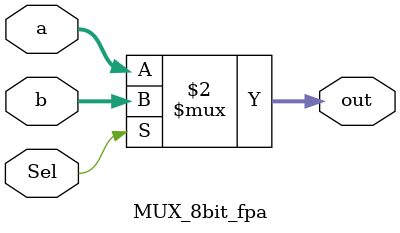
<source format=v>
/* 
	This is the final submission for the previous floating point adder assignment
	Only the testbench module has been removed

	Author : Manikandan Gunaseelan, 2018AAPS0246G
*/

/* 
	The code is written in a modular form where all small functions in the adder have
	been implemented in different modules
*/
module floatingPointAdder (input [31:0] n1, input [31:0] n2, output [31:0] sum);

	wire [31:0] fraction1;
	wire [31:0] fraction2;
	wire [7:0] exponent1;
	wire [7:0] exponent2;
	wire sign1;
	wire sign2;

	// The following store intermediate values during calculations
	wire [7:0] exponentDiff;
	wire [7:0] exponentDiffAbs;

	wire [31:0] fractionTemp;
	wire [31:0] fractionSmall;
	wire [31:0] fractionLarge;
	wire [31:0] fractionSumInitial;
	wire [31:0] fractionFinal;

	wire [7:0] exponentTemp;
	wire [7:0] exponentFinal;
	wire signFinal;
	wire bigALUOp;

	// These are to store the final values after exceptions are tested
	wire [31:0] fractionFinalE;
	wire [7:0] exponentFinalE;
	wire signFinalE;

		/* 
			Since there is an implied 1 in IEEE 754 format, an extra 1 is added to the fractions
			Also, to avoid 2's complement notation issues and allow for easy rounding in the
			future, eight extra 0's are added at the MSB
			This makes our fractions 32 bits long instead of 23 bits
		*/
		assign fraction1 = {8'b0, 1'b1, n1[22:0]};
		assign fraction2 = {8'b0, 1'b1, n2[22:0]};

		assign exponent1 = n1[30:23];
		assign exponent2 = n2[30:23];
		assign sign1 = n1[31];
		assign sign2 = n2[31];

		smallALU_fpa ALU1 (exponent1, exponent2, exponentDiff);

		wire i;					// To be used as select signal in MUX
		selectSignalMux_fpa Control_Unit_Select_Signal (fraction1, fraction2, exponentDiff, i);

		/*
			if exponentDiff is negative, it will be represented in 2's complement format
			However, we need the absolute value of the exponent Difference to be able
			to shift the smaller fraction. Hence, we find exponentDiffAbs here -
		*/
		assign exponentDiffAbs = exponentDiff[7]?-(exponentDiff):exponentDiff;	// This will determine the shift amount

		MUX_8bit_fpa MUX1 (exponent1, exponent2, i, exponentTemp);
		MUX_32bit_fpa MUX2 (fraction2, fraction1, i, fractionTemp);

		wire j;
		assign j = ~i;								// To select the fraction and sign of the smaller and larger numbers

		MUX_32bit_fpa MUX3 (fraction2, fraction1, j, fractionLarge);

		MUX_1bit_fpa MUX4 (sign2, sign1, j, signLarge);
		MUX_1bit_fpa MUX5 (sign1, sign2, j, signSmall);
		assign bigALUOp = signLarge ^ signSmall;	// If both numbers have the same sign, addition is to be done, else subtraction
		assign signFinal = signLarge;				// The sign of the final number is the sign of the number with the bigger absolute value

		shiftRight_fpa SHIFT (fractionTemp, exponentDiffAbs, fractionSmall);	// smaller number's fraction is shifted by the amount of difference in exponents

		bigALU_fpa ALU2 (fractionLarge, fractionSmall, bigALUOp, fractionSumInitial);	// Main calculation using adjusted numbers

		normaliseSum_fpa NORMALISE (fractionSumInitial, exponentTemp, bigALUOp, fractionFinal, exponentFinal);	// Normalising the result to be shown in IEEE754 format

		exceptionCheckOutput_fpa EXCEPTION_OUTPUT (fractionFinal, exponentFinal, signLarge, fractionFinalE, exponentFinalE, signFinalE); // Check for overflow or underflow

		assign sum = {signFinalE, exponentFinalE, fractionFinalE[22:0]};	// final assignment of sum value

endmodule 

module exceptionCheckOutput_fpa (input [31:0] frac, input [7:0] exp, input s, output reg [31:0] fracfinE, output reg [7:0] expfinE, output reg sfinE);

always @(*) begin
	// If exponent is 255 (or higher) result is infinity not NaN
	if (exp >= 255) begin
		fracfinE = 0;
		expfinE = 255;
		sfinE = s;
	end

	// If exponent is 0 (after bias) result is zero
	else if (exp == 0) begin
		fracfinE = 0;
		expfinE = 0;
		sfinE = 0;
	end

	// No exceptions
	else begin
		fracfinE = frac;
		expfinE = exp;
		sfinE = s;
	end
end	

endmodule 

module selectSignalMux_fpa (input [31:0] frac1, input [31:0] frac2, input [7:0] expdiff, output reg sel);
	// This could have been done easily by just checking exponent
	// However, an extra case has been taken to check for fractions in case the exponents are equal
	
reg [31:0] fracdiff;
always @(*) begin
	if(expdiff != 0) begin
		sel = expdiff[7];
	end
	else if(expdiff == 0) begin
		fracdiff = frac1 - frac2;
		sel = fracdiff[31];
	end		
end

endmodule 

module normaliseSum_fpa (input [31:0] fracIn, input [7:0] exponentIn, input op, output reg [31:0] fracOut, output reg [7:0] exponentOut);

integer breakout;
integer shAmt;
integer index;

always @(*) begin

	breakout = 0;

	if(op == 0) begin					// In addition, if the sum exceeds a single bit before the decimal, frac [24] will become 1
		if(fracIn[24] == 1) begin
			fracOut = fracIn >> 1;
			exponentOut = exponentIn + 1;
		end
		else begin
			fracOut = fracIn;
			exponentOut = exponentIn;
		end 
	end

	else if(op == 1) begin				// In subtraction, if the numbers are close, there may be a lot of shifts needed for the decimal

		// While loops and break statements are not synthesisable and hence, the code is written in this way
		for(index = 22; index >= 0; index = index - 1) begin
			if (breakout != 1)
          		if (fracIn[index] == 1) begin
               		shAmt = 23 - index;
               		breakout = 1;
          		end
		end
		fracOut = fracIn << shAmt;
		exponentOut = exponentIn - shAmt;
	end

end

endmodule 

/*
	This module is the initial implementation of the BIG ALU
	shown in the figure, which sums up the two fractions for now
	The larger fraction is added with the shifted smaller fraction
*/
module bigALU_fpa (input [31:0] num1, input [31:0] num2, input op , output reg [31:0] sum);

always @(*) begin
	if(op == 0)
		sum = num1 + num2;
	else if(op == 1)
		sum = num1 - num2;
end
endmodule 

/*
	This module is the Small ALU as shown in the figure
	It returns the difference of two inputs 
*/
module smallALU_fpa (input [7:0] num1, input [7:0] num2, output [7:0] diff);
	assign diff = num1 - num2;
endmodule 

/* 
	This module is the "Shift Right" block shown in the figure
	It shifts an input by a specified amount
*/
module shiftRight_fpa (input [31:0] num, input [7:0] shiftAmt, output [31:0] shitftAns);
	assign shitftAns = num >> shiftAmt;
endmodule 

/*
	These are the MUXes in the circuit
	One is for sign (1 bit), one is for exponent (8 bit) and one is for fraction (32 bit)
	The MUXes are also implemented using modules, given below
*/

module MUX_1bit_fpa (input a, input b, input Sel, output out);
	assign out = Sel?b:a;
endmodule

module MUX_32bit_fpa (input [31:0] a, input [31:0] b, input Sel, output [31:0] out);
	assign out = Sel?b:a;
endmodule

module MUX_8bit_fpa (input [7:0] a, input [7:0] b, input Sel, output [7:0] out);
	assign out = Sel?b:a;
endmodule
</source>
